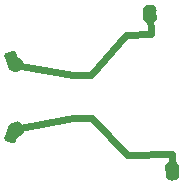
<source format=gtl>
G04 Layer_Physical_Order=1*
G04 Layer_Color=255*
%FSTAX42Y42*%
%MOMM*%
G71*
G01*
G75*
%ADD10C,0.61*%
G04:AMPARAMS|DCode=11|XSize=1mm|YSize=1.25mm|CornerRadius=0mm|HoleSize=0mm|Usage=FLASHONLY|Rotation=80.000|XOffset=0mm|YOffset=0mm|HoleType=Round|Shape=Round|*
%AMOVALD11*
21,1,0.25,1.00,0.00,0.00,170.0*
1,1,1.00,0.12,-0.02*
1,1,1.00,-0.12,0.02*
%
%ADD11OVALD11*%

G04:AMPARAMS|DCode=12|XSize=1mm|YSize=1.25mm|CornerRadius=0mm|HoleSize=0mm|Usage=FLASHONLY|Rotation=2.000|XOffset=0mm|YOffset=0mm|HoleType=Round|Shape=Round|*
%AMOVALD12*
21,1,0.25,1.00,0.00,0.00,92.0*
1,1,1.00,0.00,-0.12*
1,1,1.00,-0.00,0.12*
%
%ADD12OVALD12*%

G04:AMPARAMS|DCode=13|XSize=1mm|YSize=1.25mm|CornerRadius=0mm|HoleSize=0mm|Usage=FLASHONLY|Rotation=280.000|XOffset=0mm|YOffset=0mm|HoleType=Round|Shape=Round|*
%AMOVALD13*
21,1,0.25,1.00,0.00,0.00,10.0*
1,1,1.00,-0.12,-0.02*
1,1,1.00,0.12,0.02*
%
%ADD13OVALD13*%

G36*
X02704Y026884D02*
X027039Y026884D01*
X027039Y026884D01*
X02704Y026884D01*
D02*
G37*
G36*
X027081Y026458D02*
X027101Y026444D01*
X027115Y026423D01*
X02712Y026399D01*
X027115Y026375D01*
X027101Y026354D01*
X027081Y026341D01*
X027076Y02634D01*
X027076Y02634D01*
X027077Y02634D01*
X027069Y026339D01*
X027061Y026333D01*
X027055Y026325D01*
X027055Y026324D01*
X027056Y026324D01*
X027056D01*
X027044Y026294D01*
X027045Y026294D01*
X027045Y026293D01*
X027039Y026285D01*
X027031Y02628D01*
X027021Y026278D01*
X027012Y026279D01*
X027012Y02628D01*
X027012D01*
X027012Y02628D01*
Y02628D01*
X026965Y026297D01*
X026964Y026297D01*
X026956Y026303D01*
X026951Y026311D01*
X026949Y026321D01*
X02695Y02633D01*
X026951Y026329D01*
Y026329D01*
X026989Y026432D01*
X026989Y026432D01*
X026989Y026433D01*
X026995Y026441D01*
X027003Y026447D01*
X027006Y026448D01*
X027006Y026447D01*
X027053Y026461D01*
X027053Y026462D01*
X027056Y026462D01*
X027081Y026458D01*
D02*
G37*
G36*
X028394Y026121D02*
X028414Y026108D01*
X028427Y026088D01*
X028426Y026088D01*
X028426Y026088D01*
X028429Y026015D01*
X028429Y026013D01*
X028425Y025994D01*
X028414Y025977D01*
X0284Y025968D01*
X0284Y025968D01*
D01*
X0284Y025968D01*
X0284Y025968D01*
X028388Y025963D01*
X028371Y025961D01*
X028353Y025963D01*
X028345Y025967D01*
X028345Y025966D01*
X028328Y025977D01*
X028317Y025993D01*
X028314Y026012D01*
X028314Y026012D01*
X028312Y026087D01*
X028311Y026088D01*
X028325Y026108D01*
X028345Y026121D01*
X028369Y026126D01*
X028394Y026121D01*
D02*
G37*
G36*
X028197Y027449D02*
X028205Y027446D01*
X028206Y027446D01*
X028222Y027436D01*
X028233Y027419D01*
X028237Y027401D01*
X028236Y027401D01*
Y027401D01*
Y027401D01*
D01*
X028238Y027332D01*
X028239Y027332D01*
X028226Y027312D01*
X028205Y027298D01*
X028181Y027294D01*
X028156Y027298D01*
X028136Y027312D01*
X028125Y027328D01*
X028126Y027328D01*
X028122Y027397D01*
X028122Y027397D01*
X028121Y027399D01*
X028125Y027419D01*
X028136Y027435D01*
X028151Y027445D01*
X028151Y027445D01*
X028162Y027449D01*
X028179Y027451D01*
X028197Y027449D01*
D02*
G37*
G36*
X027031Y027061D02*
X027039Y027056D01*
X027044Y027047D01*
X027045Y027047D01*
X027044Y027046D01*
X027056Y027017D01*
X027055Y027017D01*
X027055Y027016D01*
X027061Y027007D01*
X027069Y027002D01*
X027077Y027D01*
X027077Y027001D01*
X027077Y027001D01*
X027093Y02699D01*
X027107Y026969D01*
X027112Y026945D01*
X027107Y026921D01*
X027093Y0269D01*
X027073Y026887D01*
X027049Y026882D01*
X02704Y026884D01*
X027041Y026883D01*
X02704Y026884D01*
X02704Y026884D01*
X027006Y026893D01*
X027003Y026894D01*
X026995Y026899D01*
X026989Y026908D01*
X026989Y026909D01*
X026989Y026909D01*
X026951Y027011D01*
X02695Y027011D01*
X026949Y02702D01*
X026951Y02703D01*
X026956Y027038D01*
X026964Y027044D01*
X026965Y027044D01*
X026965Y027044D01*
X026965D01*
X027012Y027061D01*
X027012Y027061D01*
X027021Y027063D01*
X027031Y027061D01*
D02*
G37*
%LPC*%
G36*
X028151Y027445D02*
D01*
X028151Y027445D01*
X028151Y027445D01*
D02*
G37*
%LPD*%
D10*
X027527Y026852D02*
X02768D01*
X02704Y026942D02*
X027532Y026852D01*
X027533Y026488D02*
X027693Y02649D01*
X027693Y026488D02*
X02799Y02618D01*
X027975Y027195D02*
X028188Y027202D01*
X027682Y026853D02*
X027975Y027195D01*
X028366Y026187D02*
X028373Y026052D01*
X028183Y027365D02*
X028188Y027203D01*
X027988Y02618D02*
X028365Y026188D01*
X02704Y026398D02*
X027532Y026488D01*
D11*
X02704Y026944D02*
D03*
D12*
X02818Y027363D02*
D03*
X02837Y026057D02*
D03*
D13*
X02704Y026397D02*
D03*
M02*

</source>
